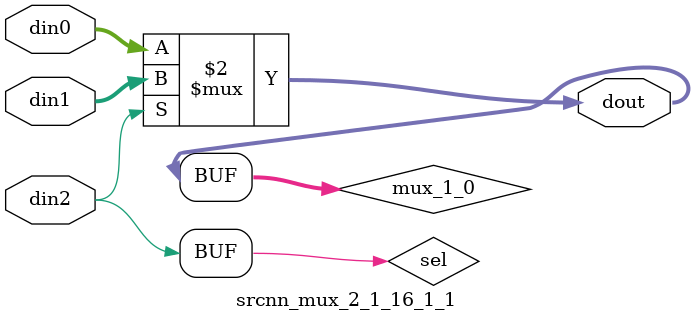
<source format=v>

`timescale 1ns/1ps

module srcnn_mux_2_1_16_1_1 #(
parameter
    ID                = 0,
    NUM_STAGE         = 1,
    din0_WIDTH       = 32,
    din1_WIDTH       = 32,
    din2_WIDTH         = 32,
    dout_WIDTH            = 32
)(
    input  [15 : 0]     din0,
    input  [15 : 0]     din1,
    input  [0 : 0]    din2,
    output [15 : 0]   dout);

// puts internal signals
wire [0 : 0]     sel;
// level 1 signals
wire [15 : 0]         mux_1_0;

assign sel = din2;

// Generate level 1 logic
assign mux_1_0 = (sel[0] == 0)? din0 : din1;

// output logic
assign dout = mux_1_0;

endmodule

</source>
